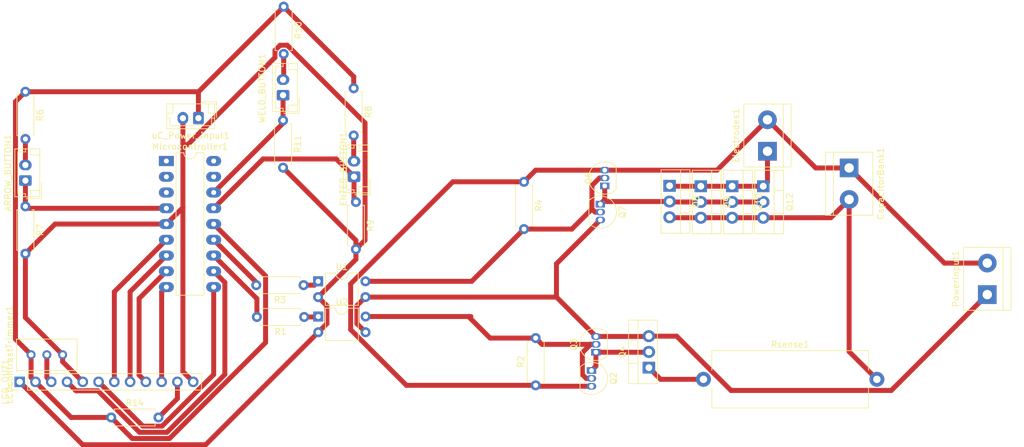
<source format=kicad_pcb>
(kicad_pcb (version 20221018) (generator pcbnew)
  (layers (0 "F.Cu" signal) (31 "B.Cu" signal) (34 "B.Paste" user) (35 "F.Paste" user) (36 "B.SilkS" user "B.Silkscreen") (37 "F.SilkS" user "F.Silkscreen") (38 "B.Mask" user) (39 "F.Mask" user) (44 "Edge.Cuts" user))
  (net 0 "")
  (net 1 "arrowkey")
  (net 2 "Net-(ARROW_BUTTON1-Pin_2)")
  (net 3 "+12V")
  (net 4 "GNDS")
  (net 5 "GND")
  (net 6 "+5V")
  (net 7 "VO")
  (net 8 "RS")
  (net 9 "EN")
  (net 10 "D4")
  (net 11 "D5")
  (net 12 "D6")
  (net 13 "D7")
  (net 14 "LED+")
  (net 15 "Net-(Electrodes1-Pin_1)")
  (net 16 "enterkey")
  (net 17 "Net-(ENTER_BUTTON1-Pin_2)")
  (net 21 "Charging")
  (net 22 "Discharge")
  (net 23 "weldingkey")
  (net 26 "GNDA")
  (net 27 "Net-(Q2-E)")
  (net 28 "Net-(Q2-B)")
  (net 29 "Net-(Q4-D)")
  (net 30 "Net-(Q10-G)")
  (net 31 "Net-(Q6-B)")
  (net 32 "Net-(R1-Pad1)")
  (net 33 "Net-(R3-Pad1)")
  (net 34 "Net-(WELD_BUTTON1-Pin_2)")
  (footprint "Resistor_THT:R_Axial_DIN0207_L6.3mm_D2.5mm_P7.62mm_Horizontal" (layer "F.Cu") (at 97.9932 142.494 180)
    (fp_text reference "R3" (at 3.81 -2.37) (layer "F.SilkS"))
    (fp_text value "220")
    (pad "1" thru_hole circle (at 0 0 180) (size 1.6 1.6) (drill 0.8) (layers "*.Cu" "*.Mask") (net 33 "Net-(R3-Pad1)"))
    (pad "2" thru_hole oval (at 7.62 0 180) (size 1.6 1.6) (drill 0.8) (layers "*.Cu" "*.Mask") (net 22 "Discharge"))
  )
  (footprint "Package_TO_SOT_THT:TO-220-3_Vertical" (layer "F.Cu") (at 161.981 126.5428 -90)
    (fp_text reference "Q9" (at 2.54 -4.27 90) (layer "F.SilkS"))
    (fp_text value "IRF1405")
    (pad "1" thru_hole rect (at 0 0 270) (size 1.905 2) (drill 1.1) (layers "*.Cu" "*.Mask") (net 15 "Net-(Electrodes1-Pin_1)"))
    (pad "2" thru_hole oval (at 2.54 0 270) (size 1.905 2) (drill 1.1) (layers "*.Cu" "*.Mask") (net 30 "Net-(Q10-G)"))
    (pad "3" thru_hole oval (at 5.08 0 270) (size 1.905 2) (drill 1.1) (layers "*.Cu" "*.Mask") (net 4 "GNDS"))
  )
  (footprint "Resistor_THT:R_Axial_DIN0207_L6.3mm_D2.5mm_P7.62mm_Horizontal" (layer "F.Cu") (at 53.1876 129.794 -90)
    (fp_text reference "R7" (at 3.81 -2.37 90) (layer "F.SilkS"))
    (fp_text value "10k")
    (pad "1" thru_hole circle (at 0 0 270) (size 1.6 1.6) (drill 0.8) (layers "*.Cu" "*.Mask") (net 1 "arrowkey"))
    (pad "2" thru_hole oval (at 7.62 0 270) (size 1.6 1.6) (drill 0.8) (layers "*.Cu" "*.Mask") (net 5 "GND"))
  )
  (footprint "Package_TO_SOT_THT:TO-220-3_Vertical" (layer "F.Cu") (at 156.9518 126.4718 -90)
    (fp_text reference "Q8" (at 2.54 -4.27 90) (layer "F.SilkS"))
    (fp_text value "IRF1405")
    (pad "1" thru_hole rect (at 0 0 270) (size 1.905 2) (drill 1.1) (layers "*.Cu" "*.Mask") (net 15 "Net-(Electrodes1-Pin_1)"))
    (pad "2" thru_hole oval (at 2.54 0 270) (size 1.905 2) (drill 1.1) (layers "*.Cu" "*.Mask") (net 30 "Net-(Q10-G)"))
    (pad "3" thru_hole oval (at 5.08 0 270) (size 1.905 2) (drill 1.1) (layers "*.Cu" "*.Mask") (net 4 "GNDS"))
  )
  (footprint "Package_TO_SOT_THT:TO-220-3_Vertical" (layer "F.Cu") (at 172.0394 126.5428 -90)
    (fp_text reference "Q12" (at 2.54 -4.27 90) (layer "F.SilkS"))
    (fp_text value "IRF1405")
    (pad "1" thru_hole rect (at 0 0 270) (size 1.905 2) (drill 1.1) (layers "*.Cu" "*.Mask") (net 15 "Net-(Electrodes1-Pin_1)"))
    (pad "2" thru_hole oval (at 2.54 0 270) (size 1.905 2) (drill 1.1) (layers "*.Cu" "*.Mask") (net 30 "Net-(Q10-G)"))
    (pad "3" thru_hole oval (at 5.08 0 270) (size 1.905 2) (drill 1.1) (layers "*.Cu" "*.Mask") (net 4 "GNDS"))
  )
  (footprint "Connector_JST:JST_EH_B2B-EH-A_1x02_P2.50mm_Vertical" (layer "F.Cu") (at 94.6912 111.8616 90)
    (fp_text reference "WELD_BUTTON1" (at 1.0976 -3.3588 90) (layer "F.SilkS"))
    (fp_text value "Conn_01x02_Socket")
    (pad "1" thru_hole roundrect (at 0 0 90) (size 1.7 2) (drill 1) (layers "*.Cu" "*.Mask") (roundrect_rratio 0.147059) (net 23 "weldingkey"))
    (pad "2" thru_hole oval (at 2.5 0 90) (size 1.7 2) (drill 1) (layers "*.Cu" "*.Mask") (net 34 "Net-(WELD_BUTTON1-Pin_2)"))
  )
  (footprint "Package_TO_SOT_THT:TO-92_Inline" (layer "F.Cu") (at 144.3736 156.2608 -90)
    (fp_text reference "Q2" (at 1.27 -3.56 90) (layer "F.SilkS"))
    (fp_text value "S8050")
    (pad "1" thru_hole rect (at 0 0 270) (size 1.05 1.5) (drill 0.75) (layers "*.Cu" "*.Mask") (net 27 "Net-(Q2-E)"))
    (pad "2" thru_hole oval (at 1.27 0 270) (size 1.05 1.5) (drill 0.75) (layers "*.Cu" "*.Mask") (net 28 "Net-(Q2-B)"))
    (pad "3" thru_hole oval (at 2.54 0 270) (size 1.05 1.5) (drill 0.75) (layers "*.Cu" "*.Mask") (net 3 "+12V"))
  )
  (footprint "Resistor_THT:R_Axial_DIN0207_L6.3mm_D2.5mm_P7.62mm_Horizontal" (layer "F.Cu") (at 94.6912 115.9256 -90)
    (fp_text reference "R11" (at 3.81 -2.37 90) (layer "F.SilkS"))
    (fp_text value "10k")
    (pad "1" thru_hole circle (at 0 0 270) (size 1.6 1.6) (drill 0.8) (layers "*.Cu" "*.Mask") (net 23 "weldingkey"))
    (pad "2" thru_hole oval (at 7.62 0 270) (size 1.6 1.6) (drill 0.8) (layers "*.Cu" "*.Mask") (net 5 "GND"))
  )
  (footprint "Resistor_THT:R_Axial_DIN0207_L6.3mm_D2.5mm_P7.62mm_Horizontal" (layer "F.Cu") (at 106.426 129.0828 -90)
    (fp_text reference "R9" (at 3.81 -2.37 90) (layer "F.SilkS"))
    (fp_text value "10k")
    (pad "1" thru_hole circle (at 0 0 270) (size 1.6 1.6) (drill 0.8) (layers "*.Cu" "*.Mask") (net 16 "enterkey"))
    (pad "2" thru_hole oval (at 7.62 0 270) (size 1.6 1.6) (drill 0.8) (layers "*.Cu" "*.Mask") (net 5 "GND"))
  )
  (footprint "Package_DIP:DIP-18_W7.62mm_LongPads" (layer "F.Cu") (at 75.8952 122.4788)
    (fp_text reference "Microcontroller1" (at 3.81 -2.33) (layer "F.SilkS"))
    (fp_text value "PIC16F628A-IP")
    (pad "1" thru_hole rect (at 0 0) (size 2.4 1.6) (drill 0.8) (layers "*.Cu" "*.Mask"))
    (pad "2" thru_hole oval (at 0 2.54) (size 2.4 1.6) (drill 0.8) (layers "*.Cu" "*.Mask"))
    (pad "3" thru_hole oval (at 0 5.08) (size 2.4 1.6) (drill 0.8) (layers "*.Cu" "*.Mask"))
    (pad "4" thru_hole oval (at 0 7.62) (size 2.4 1.6) (drill 0.8) (layers "*.Cu" "*.Mask") (net 1 "arrowkey"))
    (pad "5" thru_hole oval (at 0 10.16) (size 2.4 1.6) (drill 0.8) (layers "*.Cu" "*.Mask") (net 5 "GND"))
    (pad "6" thru_hole oval (at 0 12.7) (size 2.4 1.6) (drill 0.8) (layers "*.Cu" "*.Mask") (net 10 "D4"))
    (pad "7" thru_hole oval (at 0 15.24) (size 2.4 1.6) (drill 0.8) (layers "*.Cu" "*.Mask") (net 11 "D5"))
    (pad "8" thru_hole oval (at 0 17.78) (size 2.4 1.6) (drill 0.8) (layers "*.Cu" "*.Mask") (net 12 "D6"))
    (pad "9" thru_hole oval (at 0 20.32) (size 2.4 1.6) (drill 0.8) (layers "*.Cu" "*.Mask") (net 13 "D7"))
    (pad "10" thru_hole oval (at 7.62 20.32) (size 2.4 1.6) (drill 0.8) (layers "*.Cu" "*.Mask") (net 9 "EN"))
    (pad "11" thru_hole oval (at 7.62 17.78) (size 2.4 1.6) (drill 0.8) (layers "*.Cu" "*.Mask") (net 8 "RS"))
    (pad "12" thru_hole oval (at 7.62 15.24) (size 2.4 1.6) (drill 0.8) (layers "*.Cu" "*.Mask") (net 21 "Charging"))
    (pad "13" thru_hole oval (at 7.62 12.7) (size 2.4 1.6) (drill 0.8) (layers "*.Cu" "*.Mask") (net 22 "Discharge"))
    (pad "14" thru_hole oval (at 7.62 10.16) (size 2.4 1.6) (drill 0.8) (layers "*.Cu" "*.Mask") (net 6 "+5V"))
    (pad "15" thru_hole oval (at 7.62 7.62) (size 2.4 1.6) (drill 0.8) (layers "*.Cu" "*.Mask") (net 16 "enterkey"))
    (pad "16" thru_hole oval (at 7.62 5.08) (size 2.4 1.6) (drill 0.8) (layers "*.Cu" "*.Mask") (net 23 "weldingkey"))
    (pad "17" thru_hole oval (at 7.62 2.54) (size 2.4 1.6) (drill 0.8) (layers "*.Cu" "*.Mask"))
    (pad "18" thru_hole oval (at 7.62 0) (size 2.4 1.6) (drill 0.8) (layers "*.Cu" "*.Mask"))
  )
  (footprint "Connector_JST:JST_EH_B2B-EH-A_1x02_P2.50mm_Vertical" (layer "F.Cu") (at 81.0568 115.5652 180)
    (fp_text reference "uC_Power_input1" (at 1.25 -2.8) (layer "F.SilkS"))
    (fp_text value "Conn_01x02_Socket")
    (pad "1" thru_hole roundrect (at 0 0 180) (size 1.7 2) (drill 1) (layers "*.Cu" "*.Mask") (roundrect_rratio 0.147059) (net 6 "+5V"))
    (pad "2" thru_hole oval (at 2.5 0 180) (size 1.7 2) (drill 1) (layers "*.Cu" "*.Mask") (net 5 "GND"))
  )
  (footprint "Package_TO_SOT_THT:TO-220-3_Vertical" (layer "F.Cu") (at 167.0304 126.5428 -90)
    (fp_text reference "Q10" (at 2.54 -4.27 90) (layer "F.SilkS"))
    (fp_text value "IRF1405")
    (pad "1" thru_hole rect (at 0 0 270) (size 1.905 2) (drill 1.1) (layers "*.Cu" "*.Mask") (net 15 "Net-(Electrodes1-Pin_1)"))
    (pad "2" thru_hole oval (at 2.54 0 270) (size 1.905 2) (drill 1.1) (layers "*.Cu" "*.Mask") (net 30 "Net-(Q10-G)"))
    (pad "3" thru_hole oval (at 5.08 0 270) (size 1.905 2) (drill 1.1) (layers "*.Cu" "*.Mask") (net 4 "GNDS"))
  )
  (footprint "Resistor_THT:R_Axial_DIN0207_L6.3mm_D2.5mm_P7.62mm_Horizontal" (layer "F.Cu") (at 98.0948 147.6248 180)
    (fp_text reference "R1" (at 3.81 -2.37) (layer "F.SilkS"))
    (fp_text value "220")
    (pad "1" thru_hole circle (at 0 0 180) (size 1.6 1.6) (drill 0.8) (layers "*.Cu" "*.Mask") (net 32 "Net-(R1-Pad1)"))
    (pad "2" thru_hole oval (at 7.62 0 180) (size 1.6 1.6) (drill 0.8) (layers "*.Cu" "*.Mask") (net 21 "Charging"))
  )
  (footprint "Package_TO_SOT_THT:TO-92_Inline" (layer "F.Cu") (at 146.5072 126.4932 90)
    (fp_text reference "Q6" (at 1.27 -2.6 90) (layer "F.SilkS"))
    (fp_text value "S8050")
    (pad "1" thru_hole rect (at 0 0 90) (size 1.05 1.5) (drill 0.75) (layers "*.Cu" "*.Mask") (net 30 "Net-(Q10-G)"))
    (pad "2" thru_hole oval (at 1.27 0 90) (size 1.05 1.5) (drill 0.75) (layers "*.Cu" "*.Mask") (net 31 "Net-(Q6-B)"))
    (pad "3" thru_hole oval (at 2.54 0 90) (size 1.05 1.5) (drill 0.75) (layers "*.Cu" "*.Mask") (net 3 "+12V"))
  )
  (footprint "Package_TO_SOT_THT:TO-92_Inline" (layer "F.Cu") (at 145.796 129.4384 -90)
    (fp_text reference "Q7" (at 1.27 -3.56 90) (layer "F.SilkS"))
    (fp_text value "S8550")
    (pad "1" thru_hole rect (at 0 0 270) (size 1.05 1.5) (drill 0.75) (layers "*.Cu" "*.Mask") (net 30 "Net-(Q10-G)"))
    (pad "2" thru_hole oval (at 1.27 0 270) (size 1.05 1.5) (drill 0.75) (layers "*.Cu" "*.Mask") (net 31 "Net-(Q6-B)"))
    (pad "3" thru_hole oval (at 2.54 0 270) (size 1.05 1.5) (drill 0.75) (layers "*.Cu" "*.Mask") (net 26 "GNDA"))
  )
  (footprint "TerminalBlock:TerminalBlock_bornier-2_P5.08mm" (layer "F.Cu") (at 185.8772 123.5964 -90)
    (fp_text reference "CapacitorBank1" (at 2.54 -5.08 90) (layer "F.SilkS"))
    (fp_text value "CP")
    (pad "1" thru_hole rect (at 0 0 270) (size 3 3) (drill 1.52) (layers "*.Cu" "*.Mask") (net 3 "+12V"))
    (pad "2" thru_hole circle (at 5.08 0 270) (size 3 3) (drill 1.52) (layers "*.Cu" "*.Mask") (net 4 "GNDS"))
  )
  (footprint "Connector_JST:JST_EH_B2B-EH-A_1x02_P2.50mm_Vertical" (layer "F.Cu") (at 53.1876 125.6284 90)
    (fp_text reference "ARROW_BUTTON1" (at 1.25 -2.8 90) (layer "F.SilkS"))
    (fp_text value "Conn_01x02_Socket")
    (pad "1" thru_hole roundrect (at 0 0 90) (size 1.7 2) (drill 1) (layers "*.Cu" "*.Mask") (roundrect_rratio 0.147059) (net 1 "arrowkey"))
    (pad "2" thru_hole oval (at 2.5 0 90) (size 1.7 2) (drill 1) (layers "*.Cu" "*.Mask") (net 2 "Net-(ARROW_BUTTON1-Pin_2)"))
  )
  (footprint "Package_DIP:DIP-4_W7.62mm" (layer "F.Cu") (at 100.36 147.5532)
    (fp_text reference "U2" (at 3.81 -2.33) (layer "F.SilkS"))
    (fp_text value "PC817")
    (pad "1" thru_hole rect (at 0 0) (size 1.6 1.6) (drill 0.8) (layers "*.Cu" "*.Mask") (net 32 "Net-(R1-Pad1)"))
    (pad "2" thru_hole oval (at 0 2.54) (size 1.6 1.6) (drill 0.8) (layers "*.Cu" "*.Mask") (net 5 "GND"))
    (pad "3" thru_hole oval (at 7.62 2.54) (size 1.6 1.6) (drill 0.8) (layers "*.Cu" "*.Mask") (net 26 "GNDA"))
    (pad "4" thru_hole oval (at 7.62 0) (size 1.6 1.6) (drill 0.8) (layers "*.Cu" "*.Mask") (net 28 "Net-(Q2-B)"))
  )
  (footprint "Package_TO_SOT_THT:TO-92_Inline" (layer "F.Cu") (at 145.0848 153.3144 90)
    (fp_text reference "Q3" (at 1.27 -3.56 90) (layer "F.SilkS"))
    (fp_text value "S8550")
    (pad "1" thru_hole rect (at 0 0 90) (size 1.05 1.5) (drill 0.75) (layers "*.Cu" "*.Mask") (net 27 "Net-(Q2-E)"))
    (pad "2" thru_hole oval (at 1.27 0 90) (size 1.05 1.5) (drill 0.75) (layers "*.Cu" "*.Mask") (net 28 "Net-(Q2-B)"))
    (pad "3" thru_hole oval (at 2.54 0 90) (size 1.05 1.5) (drill 0.75) (layers "*.Cu" "*.Mask") (net 26 "GNDA"))
  )
  (footprint "TerminalBlock:TerminalBlock_bornier-2_P5.08mm" (layer "F.Cu") (at 208.1276 144.018 90)
    (fp_text reference "PowerInput1" (at 2.54 -5.08 90) (layer "F.SilkS"))
    (fp_text value "Screw_Terminal_01x02")
    (pad "1" thru_hole rect (at 0 0 90) (size 3 3) (drill 1.52) (layers "*.Cu" "*.Mask") (net 26 "GNDA"))
    (pad "2" thru_hole circle (at 5.08 0 90) (size 3 3) (drill 1.52) (layers "*.Cu" "*.Mask") (net 3 "+12V"))
  )
  (footprint "TerminalBlock:TerminalBlock_bornier-2_P5.08mm" (layer "F.Cu") (at 172.72 120.904 90)
    (fp_text reference "Electrodes1" (at 2.54 -5.08 90) (layer "F.SilkS"))
    (fp_text value "Conn_01x02_Male")
    (pad "1" thru_hole rect (at 0 0 90) (size 3 3) (drill 1.52) (layers "*.Cu" "*.Mask") (net 15 "Net-(Electrodes1-Pin_1)"))
    (pad "2" thru_hole circle (at 5.08 0 90) (size 3 3) (drill 1.52) (layers "*.Cu" "*.Mask") (net 3 "+12V"))
  )
  (footprint "Package_TO_SOT_THT:TO-220-3_Vertical" (layer "F.Cu") (at 153.6192 155.8036 90)
    (fp_text reference "Q4" (at 2.54 -4.27 90) (layer "F.SilkS"))
    (fp_text value "IRF1405")
    (pad "1" thru_hole rect (at 0 0 90) (size 1.905 2) (drill 1.1) (layers "*.Cu" "*.Mask") (net 29 "Net-(Q4-D)"))
    (pad "2" thru_hole oval (at 2.54 0 90) (size 1.905 2) (drill 1.1) (layers "*.Cu" "*.Mask") (net 27 "Net-(Q2-E)"))
    (pad "3" thru_hole oval (at 5.08 0 90) (size 1.905 2) (drill 1.1) (layers "*.Cu" "*.Mask") (net 26 "GNDA"))
  )
  (footprint "Resistor_THT:R_Axial_Power_L25.0mm_W9.0mm_P27.94mm" (layer "F.Cu") (at 162.4076 157.6832)
    (fp_text reference "Rsense1" (at 13.97 -5.62) (layer "F.SilkS"))
    (fp_text value "1")
    (pad "1" thru_hole circle (at 0 0) (size 2.4 2.4) (drill 1.2) (layers "*.Cu" "*.Mask") (net 29 "Net-(Q4-D)"))
    (pad "2" thru_hole oval (at 27.94 0) (size 2.4 2.4) (drill 1.2) (layers "*.Cu" "*.Mask") (net 4 "GNDS"))
  )
  (footprint "Package_DIP:DIP-4_W7.62mm" (layer "F.Cu") (at 100.34 141.8794)
    (fp_text reference "U1" (at 3.81 -2.33) (layer "F.SilkS"))
    (fp_text value "PC817")
    (pad "1" thru_hole rect (at 0 0) (size 1.6 1.6) (drill 0.8) (layers "*.Cu" "*.Mask") (net 33 "Net-(R3-Pad1)"))
    (pad "2" thru_hole oval (at 0 2.54) (size 1.6 1.6) (drill 0.8) (layers "*.Cu" "*.Mask") (net 5 "GND"))
    (pad "3" thru_hole oval (at 7.62 2.54) (size 1.6 1.6) (drill 0.8) (layers "*.Cu" "*.Mask") (net 26 "GNDA"))
    (pad "4" thru_hole oval (at 7.62 0) (size 1.6 1.6) (drill 0.8) (layers "*.Cu" "*.Mask") (net 31 "Net-(Q6-B)"))
  )
  (footprint "Connector_PinHeader_2.54mm:PinHeader_1x12_P2.54mm_Vertical" (layer "F.Cu") (at 52.2732 158.0896 90)
    (fp_text reference "LCD_OUT1" (at 0 -2.33 90) (layer "F.SilkS"))
    (fp_text value "Conn_01x12_Socket")
    (pad "1" thru_hole rect (at 0 0 90) (size 1.7 1.7) (drill 1) (layers "*.Cu" "*.Mask") (net 5 "GND"))
    (pad "2" thru_hole oval (at 0 2.54 90) (size 1.7 1.7) (drill 1) (layers "*.Cu" "*.Mask") (net 6 "+5V"))
    (pad "3" thru_hole oval (at 0 5.08 90) (size 1.7 1.7) (drill 1) (layers "*.Cu" "*.Mask") (net 7 "VO"))
    (pad "4" thru_hole oval (at 0 7.62 90) (size 1.7 1.7) (drill 1) (layers "*.Cu" "*.Mask") (net 8 "RS"))
    (pad "5" thru_hole oval (at 0 10.16 90) (size 1.7 1.7) (drill 1) (layers "*.Cu" "*.Mask") (net 5 "GND"))
    (pad "6" thru_hole oval (at 0 12.7 90) (size 1.7 1.7) (drill 1) (layers "*.Cu" "*.Mask") (net 9 "EN"))
    (pad "7" thru_hole oval (at 0 15.24 90) (size 1.7 1.7) (drill 1) (layers "*.Cu" "*.Mask") (net 10 "D4"))
    (pad "8" thru_hole oval (at 0 17.78 90) (size 1.7 1.7) (drill 1) (layers "*.Cu" "*.Mask") (net 11 "D5"))
    (pad "9" thru_hole oval (at 0 20.32 90) (size 1.7 1.7) (drill 1) (layers "*.Cu" "*.Mask") (net 12 "D6"))
    (pad "10" thru_hole oval (at 0 22.86 90) (size 1.7 1.7) (drill 1) (layers "*.Cu" "*.Mask") (net 13 "D7"))
    (pad "11" thru_hole oval (at 0 25.4 90) (size 1.7 1.7) (drill 1) (layers "*.Cu" "*.Mask") (net 14 "LED+"))
    (pad "12" thru_hole oval (at 0 27.94 90) (size 1.7 1.7) (drill 1) (layers "*.Cu" "*.Mask") (net 5 "GND"))
  )
  (footprint "Connector_JST:JST_EH_B2B-EH-A_1x02_P2.50mm_Vertical" (layer "F.Cu") (at 106.1212 125.008 90)
    (fp_text reference "ENTER_BUTTON1" (at 1.25 -1.71 90) (layer "F.SilkS"))
    (fp_text value "Conn_01x02_Socket")
    (pad "1" thru_hole roundrect (at 0 0 90) (size 1.7 2) (drill 1) (layers "*.Cu" "*.Mask") (roundrect_rratio 0.147059) (net 16 "enterkey"))
    (pad "2" thru_hole oval (at 2.5 0 90) (size 1.7 2) (drill 1) (layers "*.Cu" "*.Mask") (net 17 "Net-(ENTER_BUTTON1-Pin_2)"))
  )
  (footprint "Resistor_THT:R_Axial_DIN0207_L6.3mm_D2.5mm_P7.62mm_Horizontal" (layer "F.Cu") (at 106.0704 110.744 -90)
    (fp_text reference "R8" (at 3.81 -2.37 90) (layer "F.SilkS"))
    (fp_text value "1k")
    (pad "1" thru_hole circle (at 0 0 270) (size 1.6 1.6) (drill 0.8) (layers "*.Cu" "*.Mask") (net 6 "+5V"))
    (pad "2" thru_hole oval (at 7.62 0 270) (size 1.6 1.6) (drill 0.8) (layers "*.Cu" "*.Mask") (net 17 "Net-(ENTER_BUTTON1-Pin_2)"))
  )
  (footprint "Resistor_THT:R_Axial_DIN0207_L6.3mm_D2.5mm_P7.62mm_Horizontal" (layer "F.Cu") (at 53.1876 111.3028 -90)
    (fp_text reference "R6" (at 3.81 -2.37 90) (layer "F.SilkS"))
    (fp_text value "1k")
    (pad "1" thru_hole circle (at 0 0 270) (size 1.6 1.6) (drill 0.8) (layers "*.Cu" "*.Mask") (net 6 "+5V"))
    (pad "2" thru_hole oval (at 7.62 0 270) (size 1.6 1.6) (drill 0.8) (layers "*.Cu" "*.Mask") (net 2 "Net-(ARROW_BUTTON1-Pin_2)"))
  )
  (footprint "Potentiometer_THT:Potentiometer_Bourns_3386C_Horizontal" (layer "F.Cu") (at 54.102 153.7208 90)
    (fp_text reference "LCDcontrastTrimmer1" (at 0 -3.475 90) (layer "F.SilkS"))
    (fp_text value "5kOhm")
    (pad "1" thru_hole circle (at 0 0 90) (size 1.44 1.44) (drill 0.8) (layers "*.Cu" "*.Mask") (net 6 "+5V"))
    (pad "2" thru_hole circle (at 0 2.54 90) (size 1.44 1.44) (drill 0.8) (layers "*.Cu" "*.Mask") (net 7 "VO"))
    (pad "3" thru_hole circle (at 0 5.08 90) (size 1.44 1.44) (drill 0.8) (layers "*.Cu" "*.Mask") (net 5 "GND"))
  )
  (footprint "Resistor_THT:R_Axial_DIN0207_L6.3mm_D2.5mm_P7.62mm_Horizontal" (layer "F.Cu") (at 133.5024 125.8316 -90)
    (fp_text reference "R4" (at 3.81 -2.37 90) (layer "F.SilkS"))
    (fp_text value "1k")
    (pad "1" thru_hole circle (at 0 0 270) (size 1.6 1.6) (drill 0.8) (layers "*.Cu" "*.Mask") (net 3 "+12V"))
    (pad "2" thru_hole oval (at 7.62 0 270) (size 1.6 1.6) (drill 0.8) (layers "*.Cu" "*.Mask") (net 31 "Net-(Q6-B)"))
  )
  (footprint "Resistor_THT:R_Axial_DIN0207_L6.3mm_D2.5mm_P7.62mm_Horizontal" (layer "F.Cu") (at 135.382 158.6484 90)
    (fp_text reference "R2" (at 3.81 -2.37 90) (layer "F.SilkS"))
    (fp_text value "1k")
    (pad "1" thru_hole circle (at 0 0 90) (size 1.6 1.6) (drill 0.8) (layers "*.Cu" "*.Mask") (net 3 "+12V"))
    (pad "2" thru_hole oval (at 7.62 0 90) (size 1.6 1.6) (drill 0.8) (layers "*.Cu" "*.Mask") (net 28 "Net-(Q2-B)"))
  )
  (footprint "Resistor_THT:R_Axial_DIN0207_L6.3mm_D2.5mm_P7.62mm_Horizontal" (layer "F.Cu") (at 94.7928 97.5868 -90)
    (fp_text reference "R10" (at 3.81 -2.37 90) (layer "F.SilkS"))
    (fp_text value "1k")
    (pad "1" thru_hole circle (at 0 0 270) (size 1.6 1.6) (drill 0.8) (layers "*.Cu" "*.Mask") (net 6 "+5V"))
    (pad "2" thru_hole oval (at 7.62 0 270) (size 1.6 1.6) (drill 0.8) (layers "*.Cu" "*.Mask") (net 34 "Net-(WELD_BUTTON1-Pin_2)"))
  )
  (footprint "Resistor_THT:R_Axial_DIN0207_L6.3mm_D2.5mm_P7.62mm_Horizontal" (layer "F.Cu") (at 67.0052 163.83)
    (fp_text reference "R14" (at 3.81 -2.37) (layer "F.SilkS"))
    (fp_text value "330")
    (pad "1" thru_hole circle (at 0 0) (size 1.6 1.6) (drill 0.8) (layers "*.Cu" "*.Mask") (net 6 "+5V"))
    (pad "2" thru_hole oval (at 7.62 0) (size 1.6 1.6) (drill 0.8) (layers "*.Cu" "*.Mask") (net 14 "LED+"))
  )
  (segment (start 53.4924 130.0988) (end 53.1876 129.794) (width 0.8) (layer "F.Cu") (net 1))
  (segment (start 75.8952 130.0988) (end 53.4924 130.0988) (width 0.8) (layer "F.Cu") (net 1))
  (segment (start 53.1876 125.6284) (end 53.1876 129.794) (width 0.8) (layer "F.Cu") (net 1))
  (segment (start 53.1876 118.9228) (end 53.1876 123.1284) (width 0.8) (layer "F.Cu") (net 2))
  (segment (start 185.8772 123.5964) (end 180.4924 123.5964) (width 0.8) (layer "F.Cu") (net 3))
  (segment (start 133.5024 125.8316) (end 135.3808 123.9532) (width 0.8) (layer "F.Cu") (net 3))
  (segment (start 164.5908 123.9532) (end 172.72 115.824) (width 0.8) (layer "F.Cu") (net 3))
  (segment (start 105.58 142.286614) (end 122.035014 125.8316) (width 0.8) (layer "F.Cu") (net 3))
  (segment (start 114.562414 158.6484) (end 105.58 149.665986) (width 0.8) (layer "F.Cu") (net 3))
  (segment (start 208.1276 138.938) (end 201.2188 138.938) (width 0.8) (layer "F.Cu") (net 3))
  (segment (start 135.3808 123.9532) (end 146.5072 123.9532) (width 0.8) (layer "F.Cu") (net 3))
  (segment (start 122.035014 125.8316) (end 133.5024 125.8316) (width 0.8) (layer "F.Cu") (net 3))
  (segment (start 135.5344 158.8008) (end 135.382 158.6484) (width 0.8) (layer "F.Cu") (net 3))
  (segment (start 135.382 158.6484) (end 114.562414 158.6484) (width 0.8) (layer "F.Cu") (net 3))
  (segment (start 105.58 149.665986) (end 105.58 142.286614) (width 0.8) (layer "F.Cu") (net 3))
  (segment (start 180.4924 123.5964) (end 172.72 115.824) (width 0.8) (layer "F.Cu") (net 3))
  (segment (start 146.5072 123.9532) (end 164.5908 123.9532) (width 0.8) (layer "F.Cu") (net 3))
  (segment (start 144.3736 158.8008) (end 135.5344 158.8008) (width 0.8) (layer "F.Cu") (net 3))
  (segment (start 201.2188 138.938) (end 185.8772 123.5964) (width 0.8) (layer "F.Cu") (net 3))
  (segment (start 182.9308 131.6228) (end 185.8772 128.6764) (width 0.8) (layer "F.Cu") (net 4))
  (segment (start 172.0394 131.6228) (end 182.9308 131.6228) (width 0.8) (layer "F.Cu") (net 4))
  (segment (start 157.0228 131.6228) (end 156.9518 131.5518) (width 0.8) (layer "F.Cu") (net 4))
  (segment (start 190.3476 157.6832) (end 185.8772 153.2128) (width 0.8) (layer "F.Cu") (net 4))
  (segment (start 185.8772 153.2128) (end 185.8772 128.6764) (width 0.8) (layer "F.Cu") (net 4))
  (segment (start 172.0394 131.6228) (end 157.0228 131.6228) (width 0.8) (layer "F.Cu") (net 4))
  (segment (start 78.5568 129.9772) (end 75.8952 132.6388) (width 0.8) (layer "F.Cu") (net 5))
  (segment (start 95.365586 103.8068) (end 107.8992 116.340414) (width 0.8) (layer "F.Cu") (net 5))
  (segment (start 78.5568 119.8372) (end 78.5568 129.9772) (width 0.8) (layer "F.Cu") (net 5))
  (segment (start 52.2732 158.0896) (end 62.413601 168.230001) (width 0.8) (layer "F.Cu") (net 5))
  (segment (start 75.8952 132.6388) (end 57.9628 132.6388) (width 0.8) (layer "F.Cu") (net 5))
  (segment (start 78.5568 119.8372) (end 79.336882 119.8372) (width 0.8) (layer "F.Cu") (net 5))
  (segment (start 101.76 148.6932) (end 100.36 150.0932) (width 0.8) (layer "F.Cu") (net 5))
  (segment (start 93.3928 105.781282) (end 93.3928 104.634014) (width 0.8) (layer "F.Cu") (net 5))
  (segment (start 106.426 135.2804) (end 94.6912 123.5456) (width 0.8) (layer "F.Cu") (net 5))
  (segment (start 106.426 138.3334) (end 106.426 136.7028) (width 0.8) (layer "F.Cu") (net 5))
  (segment (start 79.336882 119.8372) (end 93.3928 105.781282) (width 0.8) (layer "F.Cu") (net 5))
  (segment (start 100.34 144.4194) (end 101.76 145.8394) (width 0.8) (layer "F.Cu") (net 5))
  (segment (start 62.413601 168.230001) (end 82.223199 168.230001) (width 0.8) (layer "F.Cu") (net 5))
  (segment (start 107.8992 116.340414) (end 107.8992 135.2296) (width 0.8) (layer "F.Cu") (net 5))
  (segment (start 59.182 154.8384) (end 62.4332 158.0896) (width 0.8) (layer "F.Cu") (net 5))
  (segment (start 107.8992 135.2296) (end 106.426 136.7028) (width 0.8) (layer "F.Cu") (net 5))
  (segment (start 78.5568 156.4332) (end 78.5568 129.9772) (width 0.8) (layer "F.Cu") (net 5))
  (segment (start 57.9628 132.6388) (end 53.1876 137.414) (width 0.8) (layer "F.Cu") (net 5))
  (segment (start 106.426 136.7028) (end 106.426 135.2804) (width 0.8) (layer "F.Cu") (net 5))
  (segment (start 80.2132 158.0896) (end 78.5568 156.4332) (width 0.8) (layer "F.Cu") (net 5))
  (segment (start 101.76 145.8394) (end 101.76 148.6932) (width 0.8) (layer "F.Cu") (net 5))
  (segment (start 93.3928 104.634014) (end 94.220014 103.8068) (width 0.8) (layer "F.Cu") (net 5))
  (segment (start 53.1876 137.414) (end 53.1876 147.7264) (width 0.8) (layer "F.Cu") (net 5))
  (segment (start 100.34 144.4194) (end 106.426 138.3334) (width 0.8) (layer "F.Cu") (net 5))
  (segment (start 78.5568 115.5652) (end 78.5568 119.8372) (width 0.8) (layer "F.Cu") (net 5))
  (segment (start 94.220014 103.8068) (end 95.365586 103.8068) (width 0.8) (layer "F.Cu") (net 5))
  (segment (start 59.182 153.7208) (end 59.182 154.8384) (width 0.8) (layer "F.Cu") (net 5))
  (segment (start 53.1876 147.7264) (end 59.182 153.7208) (width 0.8) (layer "F.Cu") (net 5))
  (segment (start 82.223199 168.230001) (end 100.36 150.0932) (width 0.8) (layer "F.Cu") (net 5))
  (segment (start 106.0704 110.744) (end 106.0704 108.8644) (width 0.8) (layer "F.Cu") (net 6))
  (segment (start 60.5536 163.83) (end 67.0052 163.83) (width 0.8) (layer "F.Cu") (net 6))
  (segment (start 76.398613 167.230001) (end 70.405201 167.230001) (width 0.8) (layer "F.Cu") (net 6))
  (segment (start 91.8748 151.753814) (end 76.398613 167.230001) (width 0.8) (layer "F.Cu") (net 6))
  (segment (start 54.102 157.3784) (end 54.8132 158.0896) (width 0.8) (layer "F.Cu") (net 6))
  (segment (start 51.5876 151.2064) (end 51.5876 112.9028) (width 0.8) (layer "F.Cu") (net 6))
  (segment (start 51.5876 112.9028) (end 53.1876 111.3028) (width 0.8) (layer "F.Cu") (net 6))
  (segment (start 54.8132 158.0896) (end 60.5536 163.83) (width 0.8) (layer "F.Cu") (net 6))
  (segment (start 54.102 153.7208) (end 54.102 157.3784) (width 0.8) (layer "F.Cu") (net 6))
  (segment (start 91.8748 140.9984) (end 91.8748 151.753814) (width 0.8) (layer "F.Cu") (net 6))
  (segment (start 81.0568 115.5652) (end 81.0568 111.3228) (width 0.8) (layer "F.Cu") (net 6))
  (segment (start 81.0568 111.3228) (end 94.7928 97.5868) (width 0.8) (layer "F.Cu") (net 6))
  (segment (start 70.405201 167.230001) (end 67.0052 163.83) (width 0.8) (layer "F.Cu") (net 6))
  (segment (start 81.0368 111.3028) (end 81.0568 111.3228) (width 0.8) (layer "F.Cu") (net 6))
  (segment (start 83.5152 132.6388) (end 91.8748 140.9984) (width 0.8) (layer "F.Cu") (net 6))
  (segment (start 54.102 153.7208) (end 51.5876 151.2064) (width 0.8) (layer "F.Cu") (net 6))
  (segment (start 106.0704 108.8644) (end 94.7928 97.5868) (width 0.8) (layer "F.Cu") (net 6))
  (segment (start 53.1876 111.3028) (end 81.0368 111.3028) (width 0.8) (layer "F.Cu") (net 6))
  (segment (start 56.642 153.7208) (end 56.642 157.3784) (width 0.8) (layer "F.Cu") (net 7))
  (segment (start 56.642 157.3784) (end 57.3532 158.0896) (width 0.8) (layer "F.Cu") (net 7))
  (segment (start 83.5152 140.2588) (end 85.3152 142.0588) (width 0.8) (layer "F.Cu") (net 8))
  (segment (start 75.9844 166.23) (end 71.566656 166.23) (width 0.8) (layer "F.Cu") (net 8))
  (segment (start 85.3152 142.0588) (end 85.3152 156.8992) (width 0.8) (layer "F.Cu") (net 8))
  (segment (start 71.566656 166.23) (end 64.8716 159.534944) (width 0.8) (layer "F.Cu") (net 8))
  (segment (start 64.8716 159.534944) (end 61.338544 159.534944) (width 0.8) (layer "F.Cu") (net 8))
  (segment (start 61.338544 159.534944) (end 59.8932 158.0896) (width 0.8) (layer "F.Cu") (net 8))
  (segment (start 85.3152 156.8992) (end 75.9844 166.23) (width 0.8) (layer "F.Cu") (net 8))
  (segment (start 72.1136 165.23) (end 64.9732 158.0896) (width 0.8) (layer "F.Cu") (net 9))
  (segment (start 83.5152 156.912786) (end 75.197986 165.23) (width 0.8) (layer "F.Cu") (net 9))
  (segment (start 83.5152 142.7988) (end 83.5152 156.912786) (width 0.8) (layer "F.Cu") (net 9))
  (segment (start 75.197986 165.23) (end 72.1136 165.23) (width 0.8) (layer "F.Cu") (net 9))
  (segment (start 67.5132 143.5608) (end 67.5132 158.0896) (width 0.8) (layer "F.Cu") (net 10))
  (segment (start 75.8952 135.1788) (end 67.5132 143.5608) (width 0.8) (layer "F.Cu") (net 10))
  (segment (start 70.0532 143.5608) (end 75.8952 137.7188) (width 0.8) (layer "F.Cu") (net 11))
  (segment (start 70.0532 158.0896) (end 70.0532 143.5608) (width 0.8) (layer "F.Cu") (net 11))
  (segment (start 75.8952 140.2588) (end 71.5032 144.6508) (width 0.8) (layer "F.Cu") (net 12))
  (segment (start 71.5032 156.9996) (end 72.5932 158.0896) (width 0.8) (layer "F.Cu") (net 12))
  (segment (start 71.5032 144.6508) (end 71.5032 156.9996) (width 0.8) (layer "F.Cu") (net 12))
  (segment (start 75.1332 143.5608) (end 75.1332 158.0896) (width 0.8) (layer "F.Cu") (net 13))
  (segment (start 75.8952 142.7988) (end 75.1332 143.5608) (width 0.8) (layer "F.Cu") (net 13))
  (segment (start 77.6732 160.782) (end 74.6252 163.83) (width 0.8) (layer "F.Cu") (net 14))
  (segment (start 77.6732 158.0896) (end 77.6732 160.782) (width 0.8) (layer "F.Cu") (net 14))
  (segment (start 157.0228 126.5428) (end 156.9518 126.4718) (width 0.8) (layer "F.Cu") (net 15))
  (segment (start 172.72 120.904) (end 172.72 125.8622) (width 0.8) (layer "F.Cu") (net 15))
  (segment (start 172.0394 126.5428) (end 157.0228 126.5428) (width 0.8) (layer "F.Cu") (net 15))
  (segment (start 172.72 125.8622) (end 172.0394 126.5428) (width 0.8) (layer "F.Cu") (net 15))
  (segment (start 103.2588 122.1456) (end 106.1212 125.008) (width 0.8) (layer "F.Cu") (net 16))
  (segment (start 106.1212 128.778) (end 106.426 129.0828) (width 0.8) (layer "F.Cu") (net 16))
  (segment (start 91.4684 122.1456) (end 103.2588 122.1456) (width 0.8) (layer "F.Cu") (net 16))
  (segment (start 83.5152 130.0988) (end 91.4684 122.1456) (width 0.8) (layer "F.Cu") (net 16))
  (segment (start 106.1212 125.008) (end 106.1212 128.778) (width 0.8) (layer "F.Cu") (net 16))
  (segment (start 106.0704 122.4572) (end 106.1212 122.508) (width 0.8) (layer "F.Cu") (net 17))
  (segment (start 106.0704 118.364) (end 106.0704 122.4572) (width 0.8) (layer "F.Cu") (net 17))
  (segment (start 90.4748 144.6784) (end 90.4748 147.6248) (width 0.8) (layer "F.Cu") (net 21))
  (segment (start 83.5152 137.7188) (end 90.4748 144.6784) (width 0.8) (layer "F.Cu") (net 21))
  (segment (start 90.3732 142.0368) (end 90.3732 142.494) (width 0.8) (layer "F.Cu") (net 22))
  (segment (start 83.5152 135.1788) (end 90.3732 142.0368) (width 0.8) (layer "F.Cu") (net 22))
  (segment (start 94.6912 116.3828) (end 94.6912 115.9256) (width 0.8) (layer "F.Cu") (net 23))
  (segment (start 83.5152 127.5588) (end 94.6912 116.3828) (width 0.8) (layer "F.Cu") (net 23))
  (segment (start 94.6912 111.8616) (end 94.6912 115.9256) (width 0.8) (layer "F.Cu") (net 23))
  (segment (start 138.7298 144.4194) (end 145.0848 150.7744) (width 0.8) (layer "F.Cu") (net 26))
  (segment (start 145.796 131.9784) (end 138.7298 139.0446) (width 0.8) (layer "F.Cu") (net 26))
  (segment (start 107.98 150.0932) (end 106.58 148.6932) (width 0.8) (layer "F.Cu") (net 26))
  (segment (start 107.96 144.4194) (end 138.7298 144.4194) (width 0.8) (layer "F.Cu") (net 26))
  (segment (start 153.5684 150.7744) (end 153.6192 150.7236) (width 0.8) (layer "F.Cu") (net 26))
  (segment (start 192.667519 159.478081) (end 166.844081 159.478081) (width 0.8) (layer "F.Cu") (net 26))
  (segment (start 166.844081 159.478081) (end 158.0896 150.7236) (width 0.8) (layer "F.Cu") (net 26))
  (segment (start 106.58 148.6932) (end 106.58 145.7994) (width 0.8) (layer "F.Cu") (net 26))
  (segment (start 138.7298 139.0446) (end 138.7298 144.4194) (width 0.8) (layer "F.Cu") (net 26))
  (segment (start 158.0896 150.7236) (end 153.6192 150.7236) (width 0.8) (layer "F.Cu") (net 26))
  (segment (start 208.1276 144.018) (end 192.667519 159.478081) (width 0.8) (layer "F.Cu") (net 26))
  (segment (start 145.0848 150.7744) (end 153.5684 150.7744) (width 0.8) (layer "F.Cu") (net 26))
  (segment (start 106.58 145.7994) (end 107.96 144.4194) (width 0.8) (layer "F.Cu") (net 26))
  (segment (start 153.5684 153.3144) (end 153.6192 153.2636) (width 0.8) (layer "F.Cu") (net 27))
  (segment (start 145.0848 153.3144) (end 145.0848 155.5496) (width 0.8) (layer "F.Cu") (net 27))
  (segment (start 145.0848 153.3144) (end 153.5684 153.3144) (width 0.8) (layer "F.Cu") (net 27))
  (segment (start 145.0848 155.5496) (end 144.3736 156.2608) (width 0.8) (layer "F.Cu") (net 27))
  (segment (start 144.3736 157.5308) (end 143.520072 157.5308) (width 0.8) (layer "F.Cu") (net 28))
  (segment (start 124.5616 147.5532) (end 128.0368 151.0284) (width 0.8) (layer "F.Cu") (net 28))
  (segment (start 143.520072 157.5308) (end 142.9004 156.911128) (width 0.8) (layer "F.Cu") (net 28))
  (segment (start 136.398 152.0444) (end 135.382 151.0284) (width 0.8) (layer "F.Cu") (net 28))
  (segment (start 145.0848 152.0444) (end 136.398 152.0444) (width 0.8) (layer "F.Cu") (net 28))
  (segment (start 124.5616 147.5532) (end 124.9472 147.5532) (width 0.8) (layer "F.Cu") (net 28))
  (segment (start 142.9004 153.375272) (end 144.231272 152.0444) (width 0.8) (layer "F.Cu") (net 28))
  (segment (start 107.98 147.5532) (end 124.5616 147.5532) (width 0.8) (layer "F.Cu") (net 28))
  (segment (start 128.0368 151.0284) (end 135.382 151.0284) (width 0.8) (layer "F.Cu") (net 28))
  (segment (start 142.9004 156.911128) (end 142.9004 153.375272) (width 0.8) (layer "F.Cu") (net 28))
  (segment (start 144.231272 152.0444) (end 145.0848 152.0444) (width 0.8) (layer "F.Cu") (net 28))
  (segment (start 162.4076 157.6832) (end 155.4988 157.6832) (width 0.8) (layer "F.Cu") (net 29))
  (segment (start 155.4988 157.6832) (end 153.6192 155.8036) (width 0.8) (layer "F.Cu") (net 29))
  (segment (start 157.0228 129.0828) (end 156.9518 129.0118) (width 0.8) (layer "F.Cu") (net 30))
  (segment (start 146.2226 129.0118) (end 145.796 129.4384) (width 0.8) (layer "F.Cu") (net 30))
  (segment (start 156.9518 129.0118) (end 146.2226 129.0118) (width 0.8) (layer "F.Cu") (net 30))
  (segment (start 146.5072 128.7272) (end 145.796 129.4384) (width 0.8) (layer "F.Cu") (net 30))
  (segment (start 146.5072 126.4932) (end 146.5072 128.7272) (width 0.8) (layer "F.Cu") (net 30))
  (segment (start 172.0394 129.0828) (end 157.0228 129.0828) (width 0.8) (layer "F.Cu") (net 30))
  (segment (start 144.446 130.211928) (end 141.206328 133.4516) (width 0.8) (layer "F.Cu") (net 31))
  (segment (start 144.446 130.211928) (end 144.446 126.430872) (width 0.8) (layer "F.Cu") (net 31))
  (segment (start 125.0746 141.8794) (end 133.5024 133.4516) (width 0.8) (layer "F.Cu") (net 31))
  (segment (start 144.942472 130.7084) (end 144.446 130.211928) (width 0.8) (layer "F.Cu") (net 31))
  (segment (start 141.206328 133.4516) (end 133.5024 133.4516) (width 0.8) (layer "F.Cu") (net 31))
  (segment (start 144.446 126.430872) (end 145.653672 125.2232) (width 0.8) (layer "F.Cu") (net 31))
  (segment (start 107.96 141.8794) (end 125.0746 141.8794) (width 0.8) (layer "F.Cu") (net 31))
  (segment (start 145.796 130.7084) (end 144.942472 130.7084) (width 0.8) (layer "F.Cu") (net 31))
  (segment (start 145.653672 125.2232) (end 146.5072 125.2232) (width 0.8) (layer "F.Cu") (net 31))
  (segment (start 98.0948 147.6248) (end 100.2884 147.6248) (width 0.8) (layer "F.Cu") (net 32))
  (segment (start 100.2884 147.6248) (end 100.36 147.5532) (width 0.8) (layer "F.Cu") (net 32))
  (segment (start 97.9932 142.494) (end 99.7254 142.494) (width 0.8) (layer "F.Cu") (net 33))
  (segment (start 99.7254 142.494) (end 100.34 141.8794) (width 0.8) (layer "F.Cu") (net 33))
  (segment (start 94.7928 109.26) (end 94.6912 109.3616) (width 0.8) (layer "F.Cu") (net 34))
  (segment (start 94.7928 105.2068) (end 94.7928 109.26) (width 0.8) (layer "F.Cu") (net 34))
)
</source>
